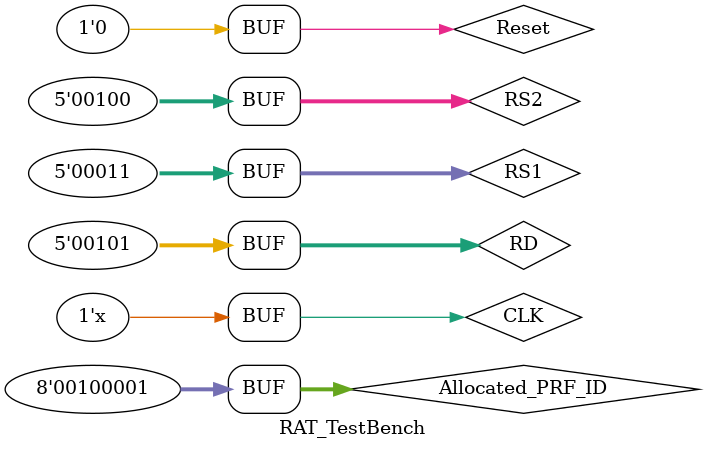
<source format=sv>
module RAT_TestBench;

    logic CLK, Reset;
    logic [4:0] RD, RS1, RS2;
    logic [7:0] Allocated_PRF_ID, RS1_PRF_ID, RS2_PRF_ID, RD_PRF_ID, Old_RD_PRF_ID;

    RAT dut(
        .CLK(CLK),
        .Reset(Reset),
        .RD(RD),
        .RS1(RS1),
        .RS2(RS2),
        .Allocated_PRF_ID(Allocated_PRF_ID),
        .RS1_PRF_ID(RS1_PRF_ID),
        .RS2_PRF_ID(RS2_PRF_ID),
        .RD_PRF_ID(RD_PRF_ID),
        .Old_RD_PRF_ID(Old_RD_PRF_ID)
    );
    always begin
        #1 CLK = ~CLK;
    end

    initial begin
        CLK = 0;
        Reset = 1;
        #2 Reset = 0;
        RD = 5'd5;
        RS1 = 5'd3;
        RS2 = 5'd4;
        Allocated_PRF_ID = 8'd33;
    end

    initial begin
        $dumpfile("RAT_TestBench.vcd");
        $dumpvars(0, RAT_TestBench);
    end
endmodule
</source>
